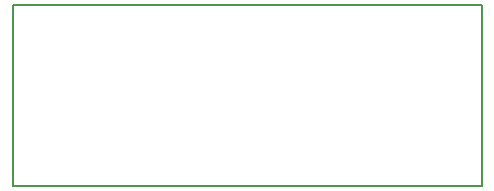
<source format=gbr>
G04 #@! TF.GenerationSoftware,KiCad,Pcbnew,(5.1.6)-1*
G04 #@! TF.CreationDate,2021-04-01T10:41:09+07:00*
G04 #@! TF.ProjectId,esp-avr-usb-converter,6573702d-6176-4722-9d75-73622d636f6e,rev?*
G04 #@! TF.SameCoordinates,Original*
G04 #@! TF.FileFunction,Profile,NP*
%FSLAX46Y46*%
G04 Gerber Fmt 4.6, Leading zero omitted, Abs format (unit mm)*
G04 Created by KiCad (PCBNEW (5.1.6)-1) date 2021-04-01 10:41:09*
%MOMM*%
%LPD*%
G01*
G04 APERTURE LIST*
G04 #@! TA.AperFunction,Profile*
%ADD10C,0.150000*%
G04 #@! TD*
G04 APERTURE END LIST*
D10*
X155000000Y-95600000D02*
X155000000Y-80300000D01*
X115300000Y-95600000D02*
X155000000Y-95600000D01*
X115300000Y-80300000D02*
X115300000Y-95600000D01*
X155000000Y-80300000D02*
X115300000Y-80300000D01*
M02*

</source>
